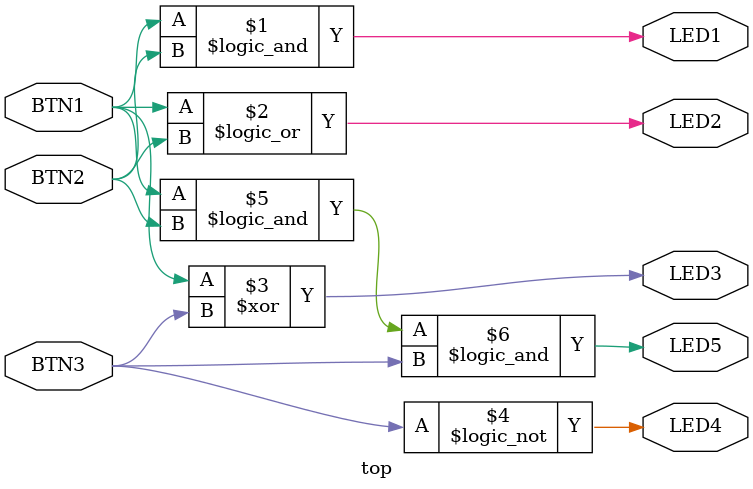
<source format=v>

module top (
	input  BTN1, BTN2, BTN3,
	output LED1, LED2, LED3, LED4, LED5
);


// Simple Logic with Buttons and LEDs
	assign LED1 = BTN1 && BTN2;
	assign LED2 = BTN1 || BTN2;
	assign LED3 = BTN1 ^ BTN3;
	assign LED4 = !BTN3;
	assign LED5 = BTN1 && BTN2 && BTN3;


endmodule


</source>
